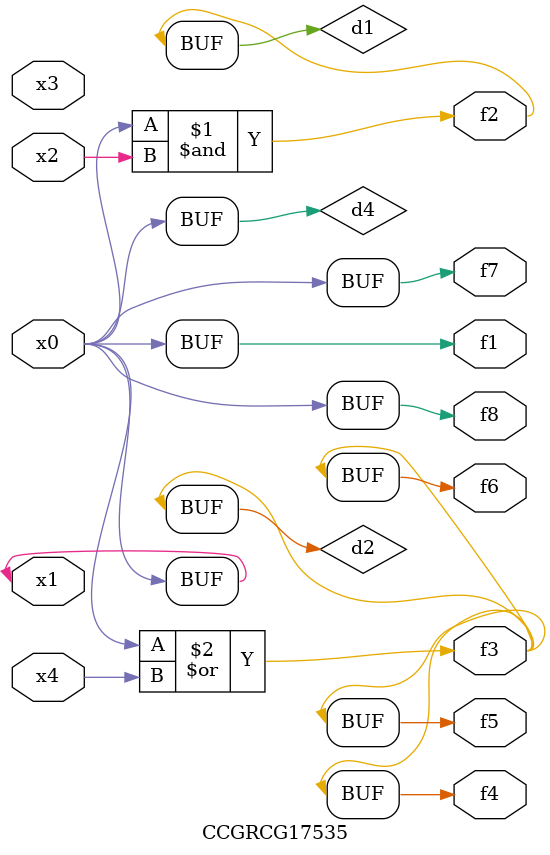
<source format=v>
module CCGRCG17535(
	input x0, x1, x2, x3, x4,
	output f1, f2, f3, f4, f5, f6, f7, f8
);

	wire d1, d2, d3, d4;

	and (d1, x0, x2);
	or (d2, x0, x4);
	nand (d3, x0, x2);
	buf (d4, x0, x1);
	assign f1 = d4;
	assign f2 = d1;
	assign f3 = d2;
	assign f4 = d2;
	assign f5 = d2;
	assign f6 = d2;
	assign f7 = d4;
	assign f8 = d4;
endmodule

</source>
